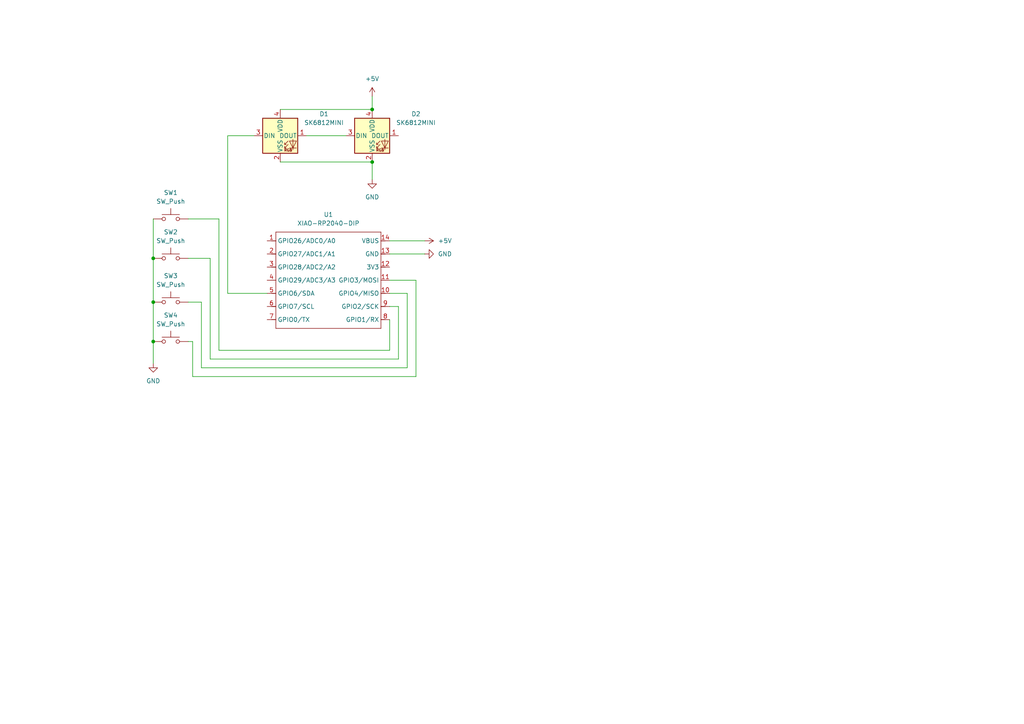
<source format=kicad_sch>
(kicad_sch
	(version 20250114)
	(generator "eeschema")
	(generator_version "9.0")
	(uuid "9753ae0f-b88d-4cab-890a-ecc6f13afb19")
	(paper "A4")
	(lib_symbols
		(symbol "LED:SK6812MINI"
			(pin_names
				(offset 0.254)
			)
			(exclude_from_sim no)
			(in_bom yes)
			(on_board yes)
			(property "Reference" "D"
				(at 5.08 5.715 0)
				(effects
					(font
						(size 1.27 1.27)
					)
					(justify right bottom)
				)
			)
			(property "Value" "SK6812MINI"
				(at 1.27 -5.715 0)
				(effects
					(font
						(size 1.27 1.27)
					)
					(justify left top)
				)
			)
			(property "Footprint" "LED_SMD:LED_SK6812MINI_PLCC4_3.5x3.5mm_P1.75mm"
				(at 1.27 -7.62 0)
				(effects
					(font
						(size 1.27 1.27)
					)
					(justify left top)
					(hide yes)
				)
			)
			(property "Datasheet" "https://cdn-shop.adafruit.com/product-files/2686/SK6812MINI_REV.01-1-2.pdf"
				(at 2.54 -9.525 0)
				(effects
					(font
						(size 1.27 1.27)
					)
					(justify left top)
					(hide yes)
				)
			)
			(property "Description" "RGB LED with integrated controller"
				(at 0 0 0)
				(effects
					(font
						(size 1.27 1.27)
					)
					(hide yes)
				)
			)
			(property "ki_keywords" "RGB LED NeoPixel Mini addressable"
				(at 0 0 0)
				(effects
					(font
						(size 1.27 1.27)
					)
					(hide yes)
				)
			)
			(property "ki_fp_filters" "LED*SK6812MINI*PLCC*3.5x3.5mm*P1.75mm*"
				(at 0 0 0)
				(effects
					(font
						(size 1.27 1.27)
					)
					(hide yes)
				)
			)
			(symbol "SK6812MINI_0_0"
				(text "RGB"
					(at 2.286 -4.191 0)
					(effects
						(font
							(size 0.762 0.762)
						)
					)
				)
			)
			(symbol "SK6812MINI_0_1"
				(polyline
					(pts
						(xy 1.27 -2.54) (xy 1.778 -2.54)
					)
					(stroke
						(width 0)
						(type default)
					)
					(fill
						(type none)
					)
				)
				(polyline
					(pts
						(xy 1.27 -3.556) (xy 1.778 -3.556)
					)
					(stroke
						(width 0)
						(type default)
					)
					(fill
						(type none)
					)
				)
				(polyline
					(pts
						(xy 2.286 -1.524) (xy 1.27 -2.54) (xy 1.27 -2.032)
					)
					(stroke
						(width 0)
						(type default)
					)
					(fill
						(type none)
					)
				)
				(polyline
					(pts
						(xy 2.286 -2.54) (xy 1.27 -3.556) (xy 1.27 -3.048)
					)
					(stroke
						(width 0)
						(type default)
					)
					(fill
						(type none)
					)
				)
				(polyline
					(pts
						(xy 3.683 -1.016) (xy 3.683 -3.556) (xy 3.683 -4.064)
					)
					(stroke
						(width 0)
						(type default)
					)
					(fill
						(type none)
					)
				)
				(polyline
					(pts
						(xy 4.699 -1.524) (xy 2.667 -1.524) (xy 3.683 -3.556) (xy 4.699 -1.524)
					)
					(stroke
						(width 0)
						(type default)
					)
					(fill
						(type none)
					)
				)
				(polyline
					(pts
						(xy 4.699 -3.556) (xy 2.667 -3.556)
					)
					(stroke
						(width 0)
						(type default)
					)
					(fill
						(type none)
					)
				)
				(rectangle
					(start 5.08 5.08)
					(end -5.08 -5.08)
					(stroke
						(width 0.254)
						(type default)
					)
					(fill
						(type background)
					)
				)
			)
			(symbol "SK6812MINI_1_1"
				(pin input line
					(at -7.62 0 0)
					(length 2.54)
					(name "DIN"
						(effects
							(font
								(size 1.27 1.27)
							)
						)
					)
					(number "3"
						(effects
							(font
								(size 1.27 1.27)
							)
						)
					)
				)
				(pin power_in line
					(at 0 7.62 270)
					(length 2.54)
					(name "VDD"
						(effects
							(font
								(size 1.27 1.27)
							)
						)
					)
					(number "4"
						(effects
							(font
								(size 1.27 1.27)
							)
						)
					)
				)
				(pin power_in line
					(at 0 -7.62 90)
					(length 2.54)
					(name "VSS"
						(effects
							(font
								(size 1.27 1.27)
							)
						)
					)
					(number "2"
						(effects
							(font
								(size 1.27 1.27)
							)
						)
					)
				)
				(pin output line
					(at 7.62 0 180)
					(length 2.54)
					(name "DOUT"
						(effects
							(font
								(size 1.27 1.27)
							)
						)
					)
					(number "1"
						(effects
							(font
								(size 1.27 1.27)
							)
						)
					)
				)
			)
			(embedded_fonts no)
		)
		(symbol "OPL:XIAO-RP2040-DIP"
			(exclude_from_sim no)
			(in_bom yes)
			(on_board yes)
			(property "Reference" "U"
				(at 0 0 0)
				(effects
					(font
						(size 1.27 1.27)
					)
				)
			)
			(property "Value" "XIAO-RP2040-DIP"
				(at 5.334 -1.778 0)
				(effects
					(font
						(size 1.27 1.27)
					)
				)
			)
			(property "Footprint" "Module:MOUDLE14P-XIAO-DIP-SMD"
				(at 14.478 -32.258 0)
				(effects
					(font
						(size 1.27 1.27)
					)
					(hide yes)
				)
			)
			(property "Datasheet" ""
				(at 0 0 0)
				(effects
					(font
						(size 1.27 1.27)
					)
					(hide yes)
				)
			)
			(property "Description" ""
				(at 0 0 0)
				(effects
					(font
						(size 1.27 1.27)
					)
					(hide yes)
				)
			)
			(symbol "XIAO-RP2040-DIP_1_0"
				(polyline
					(pts
						(xy -1.27 -2.54) (xy 29.21 -2.54)
					)
					(stroke
						(width 0.1524)
						(type solid)
					)
					(fill
						(type none)
					)
				)
				(polyline
					(pts
						(xy -1.27 -5.08) (xy -2.54 -5.08)
					)
					(stroke
						(width 0.1524)
						(type solid)
					)
					(fill
						(type none)
					)
				)
				(polyline
					(pts
						(xy -1.27 -5.08) (xy -1.27 -2.54)
					)
					(stroke
						(width 0.1524)
						(type solid)
					)
					(fill
						(type none)
					)
				)
				(polyline
					(pts
						(xy -1.27 -8.89) (xy -2.54 -8.89)
					)
					(stroke
						(width 0.1524)
						(type solid)
					)
					(fill
						(type none)
					)
				)
				(polyline
					(pts
						(xy -1.27 -8.89) (xy -1.27 -5.08)
					)
					(stroke
						(width 0.1524)
						(type solid)
					)
					(fill
						(type none)
					)
				)
				(polyline
					(pts
						(xy -1.27 -12.7) (xy -2.54 -12.7)
					)
					(stroke
						(width 0.1524)
						(type solid)
					)
					(fill
						(type none)
					)
				)
				(polyline
					(pts
						(xy -1.27 -12.7) (xy -1.27 -8.89)
					)
					(stroke
						(width 0.1524)
						(type solid)
					)
					(fill
						(type none)
					)
				)
				(polyline
					(pts
						(xy -1.27 -16.51) (xy -2.54 -16.51)
					)
					(stroke
						(width 0.1524)
						(type solid)
					)
					(fill
						(type none)
					)
				)
				(polyline
					(pts
						(xy -1.27 -16.51) (xy -1.27 -12.7)
					)
					(stroke
						(width 0.1524)
						(type solid)
					)
					(fill
						(type none)
					)
				)
				(polyline
					(pts
						(xy -1.27 -20.32) (xy -2.54 -20.32)
					)
					(stroke
						(width 0.1524)
						(type solid)
					)
					(fill
						(type none)
					)
				)
				(polyline
					(pts
						(xy -1.27 -24.13) (xy -2.54 -24.13)
					)
					(stroke
						(width 0.1524)
						(type solid)
					)
					(fill
						(type none)
					)
				)
				(polyline
					(pts
						(xy -1.27 -27.94) (xy -2.54 -27.94)
					)
					(stroke
						(width 0.1524)
						(type solid)
					)
					(fill
						(type none)
					)
				)
				(polyline
					(pts
						(xy -1.27 -30.48) (xy -1.27 -16.51)
					)
					(stroke
						(width 0.1524)
						(type solid)
					)
					(fill
						(type none)
					)
				)
				(polyline
					(pts
						(xy 29.21 -2.54) (xy 29.21 -5.08)
					)
					(stroke
						(width 0.1524)
						(type solid)
					)
					(fill
						(type none)
					)
				)
				(polyline
					(pts
						(xy 29.21 -5.08) (xy 29.21 -8.89)
					)
					(stroke
						(width 0.1524)
						(type solid)
					)
					(fill
						(type none)
					)
				)
				(polyline
					(pts
						(xy 29.21 -8.89) (xy 29.21 -12.7)
					)
					(stroke
						(width 0.1524)
						(type solid)
					)
					(fill
						(type none)
					)
				)
				(polyline
					(pts
						(xy 29.21 -12.7) (xy 29.21 -30.48)
					)
					(stroke
						(width 0.1524)
						(type solid)
					)
					(fill
						(type none)
					)
				)
				(polyline
					(pts
						(xy 29.21 -30.48) (xy -1.27 -30.48)
					)
					(stroke
						(width 0.1524)
						(type solid)
					)
					(fill
						(type none)
					)
				)
				(polyline
					(pts
						(xy 30.48 -5.08) (xy 29.21 -5.08)
					)
					(stroke
						(width 0.1524)
						(type solid)
					)
					(fill
						(type none)
					)
				)
				(polyline
					(pts
						(xy 30.48 -8.89) (xy 29.21 -8.89)
					)
					(stroke
						(width 0.1524)
						(type solid)
					)
					(fill
						(type none)
					)
				)
				(polyline
					(pts
						(xy 30.48 -12.7) (xy 29.21 -12.7)
					)
					(stroke
						(width 0.1524)
						(type solid)
					)
					(fill
						(type none)
					)
				)
				(polyline
					(pts
						(xy 30.48 -16.51) (xy 29.21 -16.51)
					)
					(stroke
						(width 0.1524)
						(type solid)
					)
					(fill
						(type none)
					)
				)
				(polyline
					(pts
						(xy 30.48 -20.32) (xy 29.21 -20.32)
					)
					(stroke
						(width 0.1524)
						(type solid)
					)
					(fill
						(type none)
					)
				)
				(polyline
					(pts
						(xy 30.48 -24.13) (xy 29.21 -24.13)
					)
					(stroke
						(width 0.1524)
						(type solid)
					)
					(fill
						(type none)
					)
				)
				(polyline
					(pts
						(xy 30.48 -27.94) (xy 29.21 -27.94)
					)
					(stroke
						(width 0.1524)
						(type solid)
					)
					(fill
						(type none)
					)
				)
				(pin passive line
					(at -3.81 -5.08 0)
					(length 2.54)
					(name "GPIO26/ADC0/A0"
						(effects
							(font
								(size 1.27 1.27)
							)
						)
					)
					(number "1"
						(effects
							(font
								(size 1.27 1.27)
							)
						)
					)
				)
				(pin passive line
					(at -3.81 -8.89 0)
					(length 2.54)
					(name "GPIO27/ADC1/A1"
						(effects
							(font
								(size 1.27 1.27)
							)
						)
					)
					(number "2"
						(effects
							(font
								(size 1.27 1.27)
							)
						)
					)
				)
				(pin passive line
					(at -3.81 -12.7 0)
					(length 2.54)
					(name "GPIO28/ADC2/A2"
						(effects
							(font
								(size 1.27 1.27)
							)
						)
					)
					(number "3"
						(effects
							(font
								(size 1.27 1.27)
							)
						)
					)
				)
				(pin passive line
					(at -3.81 -16.51 0)
					(length 2.54)
					(name "GPIO29/ADC3/A3"
						(effects
							(font
								(size 1.27 1.27)
							)
						)
					)
					(number "4"
						(effects
							(font
								(size 1.27 1.27)
							)
						)
					)
				)
				(pin passive line
					(at -3.81 -20.32 0)
					(length 2.54)
					(name "GPIO6/SDA"
						(effects
							(font
								(size 1.27 1.27)
							)
						)
					)
					(number "5"
						(effects
							(font
								(size 1.27 1.27)
							)
						)
					)
				)
				(pin passive line
					(at -3.81 -24.13 0)
					(length 2.54)
					(name "GPIO7/SCL"
						(effects
							(font
								(size 1.27 1.27)
							)
						)
					)
					(number "6"
						(effects
							(font
								(size 1.27 1.27)
							)
						)
					)
				)
				(pin passive line
					(at -3.81 -27.94 0)
					(length 2.54)
					(name "GPIO0/TX"
						(effects
							(font
								(size 1.27 1.27)
							)
						)
					)
					(number "7"
						(effects
							(font
								(size 1.27 1.27)
							)
						)
					)
				)
				(pin passive line
					(at 31.75 -5.08 180)
					(length 2.54)
					(name "VBUS"
						(effects
							(font
								(size 1.27 1.27)
							)
						)
					)
					(number "14"
						(effects
							(font
								(size 1.27 1.27)
							)
						)
					)
				)
				(pin passive line
					(at 31.75 -8.89 180)
					(length 2.54)
					(name "GND"
						(effects
							(font
								(size 1.27 1.27)
							)
						)
					)
					(number "13"
						(effects
							(font
								(size 1.27 1.27)
							)
						)
					)
				)
				(pin passive line
					(at 31.75 -12.7 180)
					(length 2.54)
					(name "3V3"
						(effects
							(font
								(size 1.27 1.27)
							)
						)
					)
					(number "12"
						(effects
							(font
								(size 1.27 1.27)
							)
						)
					)
				)
				(pin passive line
					(at 31.75 -16.51 180)
					(length 2.54)
					(name "GPIO3/MOSI"
						(effects
							(font
								(size 1.27 1.27)
							)
						)
					)
					(number "11"
						(effects
							(font
								(size 1.27 1.27)
							)
						)
					)
				)
				(pin passive line
					(at 31.75 -20.32 180)
					(length 2.54)
					(name "GPIO4/MISO"
						(effects
							(font
								(size 1.27 1.27)
							)
						)
					)
					(number "10"
						(effects
							(font
								(size 1.27 1.27)
							)
						)
					)
				)
				(pin passive line
					(at 31.75 -24.13 180)
					(length 2.54)
					(name "GPIO2/SCK"
						(effects
							(font
								(size 1.27 1.27)
							)
						)
					)
					(number "9"
						(effects
							(font
								(size 1.27 1.27)
							)
						)
					)
				)
				(pin passive line
					(at 31.75 -27.94 180)
					(length 2.54)
					(name "GPIO1/RX"
						(effects
							(font
								(size 1.27 1.27)
							)
						)
					)
					(number "8"
						(effects
							(font
								(size 1.27 1.27)
							)
						)
					)
				)
			)
			(embedded_fonts no)
		)
		(symbol "Switch:SW_Push"
			(pin_numbers
				(hide yes)
			)
			(pin_names
				(offset 1.016)
				(hide yes)
			)
			(exclude_from_sim no)
			(in_bom yes)
			(on_board yes)
			(property "Reference" "SW"
				(at 1.27 2.54 0)
				(effects
					(font
						(size 1.27 1.27)
					)
					(justify left)
				)
			)
			(property "Value" "SW_Push"
				(at 0 -1.524 0)
				(effects
					(font
						(size 1.27 1.27)
					)
				)
			)
			(property "Footprint" ""
				(at 0 5.08 0)
				(effects
					(font
						(size 1.27 1.27)
					)
					(hide yes)
				)
			)
			(property "Datasheet" "~"
				(at 0 5.08 0)
				(effects
					(font
						(size 1.27 1.27)
					)
					(hide yes)
				)
			)
			(property "Description" "Push button switch, generic, two pins"
				(at 0 0 0)
				(effects
					(font
						(size 1.27 1.27)
					)
					(hide yes)
				)
			)
			(property "ki_keywords" "switch normally-open pushbutton push-button"
				(at 0 0 0)
				(effects
					(font
						(size 1.27 1.27)
					)
					(hide yes)
				)
			)
			(symbol "SW_Push_0_1"
				(circle
					(center -2.032 0)
					(radius 0.508)
					(stroke
						(width 0)
						(type default)
					)
					(fill
						(type none)
					)
				)
				(polyline
					(pts
						(xy 0 1.27) (xy 0 3.048)
					)
					(stroke
						(width 0)
						(type default)
					)
					(fill
						(type none)
					)
				)
				(circle
					(center 2.032 0)
					(radius 0.508)
					(stroke
						(width 0)
						(type default)
					)
					(fill
						(type none)
					)
				)
				(polyline
					(pts
						(xy 2.54 1.27) (xy -2.54 1.27)
					)
					(stroke
						(width 0)
						(type default)
					)
					(fill
						(type none)
					)
				)
				(pin passive line
					(at -5.08 0 0)
					(length 2.54)
					(name "1"
						(effects
							(font
								(size 1.27 1.27)
							)
						)
					)
					(number "1"
						(effects
							(font
								(size 1.27 1.27)
							)
						)
					)
				)
				(pin passive line
					(at 5.08 0 180)
					(length 2.54)
					(name "2"
						(effects
							(font
								(size 1.27 1.27)
							)
						)
					)
					(number "2"
						(effects
							(font
								(size 1.27 1.27)
							)
						)
					)
				)
			)
			(embedded_fonts no)
		)
		(symbol "power:+5V"
			(power)
			(pin_numbers
				(hide yes)
			)
			(pin_names
				(offset 0)
				(hide yes)
			)
			(exclude_from_sim no)
			(in_bom yes)
			(on_board yes)
			(property "Reference" "#PWR"
				(at 0 -3.81 0)
				(effects
					(font
						(size 1.27 1.27)
					)
					(hide yes)
				)
			)
			(property "Value" "+5V"
				(at 0 3.556 0)
				(effects
					(font
						(size 1.27 1.27)
					)
				)
			)
			(property "Footprint" ""
				(at 0 0 0)
				(effects
					(font
						(size 1.27 1.27)
					)
					(hide yes)
				)
			)
			(property "Datasheet" ""
				(at 0 0 0)
				(effects
					(font
						(size 1.27 1.27)
					)
					(hide yes)
				)
			)
			(property "Description" "Power symbol creates a global label with name \"+5V\""
				(at 0 0 0)
				(effects
					(font
						(size 1.27 1.27)
					)
					(hide yes)
				)
			)
			(property "ki_keywords" "global power"
				(at 0 0 0)
				(effects
					(font
						(size 1.27 1.27)
					)
					(hide yes)
				)
			)
			(symbol "+5V_0_1"
				(polyline
					(pts
						(xy -0.762 1.27) (xy 0 2.54)
					)
					(stroke
						(width 0)
						(type default)
					)
					(fill
						(type none)
					)
				)
				(polyline
					(pts
						(xy 0 2.54) (xy 0.762 1.27)
					)
					(stroke
						(width 0)
						(type default)
					)
					(fill
						(type none)
					)
				)
				(polyline
					(pts
						(xy 0 0) (xy 0 2.54)
					)
					(stroke
						(width 0)
						(type default)
					)
					(fill
						(type none)
					)
				)
			)
			(symbol "+5V_1_1"
				(pin power_in line
					(at 0 0 90)
					(length 0)
					(name "~"
						(effects
							(font
								(size 1.27 1.27)
							)
						)
					)
					(number "1"
						(effects
							(font
								(size 1.27 1.27)
							)
						)
					)
				)
			)
			(embedded_fonts no)
		)
		(symbol "power:GND"
			(power)
			(pin_numbers
				(hide yes)
			)
			(pin_names
				(offset 0)
				(hide yes)
			)
			(exclude_from_sim no)
			(in_bom yes)
			(on_board yes)
			(property "Reference" "#PWR"
				(at 0 -6.35 0)
				(effects
					(font
						(size 1.27 1.27)
					)
					(hide yes)
				)
			)
			(property "Value" "GND"
				(at 0 -3.81 0)
				(effects
					(font
						(size 1.27 1.27)
					)
				)
			)
			(property "Footprint" ""
				(at 0 0 0)
				(effects
					(font
						(size 1.27 1.27)
					)
					(hide yes)
				)
			)
			(property "Datasheet" ""
				(at 0 0 0)
				(effects
					(font
						(size 1.27 1.27)
					)
					(hide yes)
				)
			)
			(property "Description" "Power symbol creates a global label with name \"GND\" , ground"
				(at 0 0 0)
				(effects
					(font
						(size 1.27 1.27)
					)
					(hide yes)
				)
			)
			(property "ki_keywords" "global power"
				(at 0 0 0)
				(effects
					(font
						(size 1.27 1.27)
					)
					(hide yes)
				)
			)
			(symbol "GND_0_1"
				(polyline
					(pts
						(xy 0 0) (xy 0 -1.27) (xy 1.27 -1.27) (xy 0 -2.54) (xy -1.27 -1.27) (xy 0 -1.27)
					)
					(stroke
						(width 0)
						(type default)
					)
					(fill
						(type none)
					)
				)
			)
			(symbol "GND_1_1"
				(pin power_in line
					(at 0 0 270)
					(length 0)
					(name "~"
						(effects
							(font
								(size 1.27 1.27)
							)
						)
					)
					(number "1"
						(effects
							(font
								(size 1.27 1.27)
							)
						)
					)
				)
			)
			(embedded_fonts no)
		)
	)
	(junction
		(at 107.95 31.75)
		(diameter 0)
		(color 0 0 0 0)
		(uuid "4952d6d2-b249-4fe4-808d-9fda628ef6db")
	)
	(junction
		(at 107.95 46.99)
		(diameter 0)
		(color 0 0 0 0)
		(uuid "69e321a6-4f85-414f-b075-ee3c10226f5a")
	)
	(junction
		(at 44.45 74.93)
		(diameter 0)
		(color 0 0 0 0)
		(uuid "9f237b02-5c9a-4d3a-90e9-79230f5d9eb1")
	)
	(junction
		(at 44.45 87.63)
		(diameter 0)
		(color 0 0 0 0)
		(uuid "acebcde0-43df-4297-aba9-ca33e759c187")
	)
	(junction
		(at 44.45 99.06)
		(diameter 0)
		(color 0 0 0 0)
		(uuid "cbf2a8e5-6ef1-4012-b203-5fbacdce97e8")
	)
	(wire
		(pts
			(xy 55.88 99.06) (xy 55.88 109.22)
		)
		(stroke
			(width 0)
			(type default)
		)
		(uuid "063f2bfb-4ed2-43ae-9590-ec430a4746d1")
	)
	(wire
		(pts
			(xy 58.42 106.68) (xy 118.11 106.68)
		)
		(stroke
			(width 0)
			(type default)
		)
		(uuid "09aabc64-ab89-4559-a610-8c412ae0afab")
	)
	(wire
		(pts
			(xy 107.95 46.99) (xy 107.95 52.07)
		)
		(stroke
			(width 0)
			(type default)
		)
		(uuid "0cde9b7e-eadc-4bb0-a53e-bd2eef237702")
	)
	(wire
		(pts
			(xy 113.03 81.28) (xy 120.65 81.28)
		)
		(stroke
			(width 0)
			(type default)
		)
		(uuid "12870814-f822-490c-abc9-9341c8e98f21")
	)
	(wire
		(pts
			(xy 113.03 88.9) (xy 115.57 88.9)
		)
		(stroke
			(width 0)
			(type default)
		)
		(uuid "1c779c6f-549d-4ee1-892a-a8cb2d308f1d")
	)
	(wire
		(pts
			(xy 44.45 87.63) (xy 44.45 99.06)
		)
		(stroke
			(width 0)
			(type default)
		)
		(uuid "2293d493-b6ed-4f4a-a890-fb46a4dcc283")
	)
	(wire
		(pts
			(xy 44.45 74.93) (xy 44.45 87.63)
		)
		(stroke
			(width 0)
			(type default)
		)
		(uuid "2a8c4438-3dc3-406b-90cc-0875ae3c77a3")
	)
	(wire
		(pts
			(xy 81.28 46.99) (xy 107.95 46.99)
		)
		(stroke
			(width 0)
			(type default)
		)
		(uuid "2f59a3a7-0a2b-4d02-892f-40105f8ca927")
	)
	(wire
		(pts
			(xy 73.66 39.37) (xy 66.04 39.37)
		)
		(stroke
			(width 0)
			(type default)
		)
		(uuid "2ff35170-cb4a-47bf-83a6-4e428f2654fc")
	)
	(wire
		(pts
			(xy 66.04 39.37) (xy 66.04 85.09)
		)
		(stroke
			(width 0)
			(type default)
		)
		(uuid "30476f8c-b1c2-41bb-8b87-030c7191780c")
	)
	(wire
		(pts
			(xy 107.95 27.94) (xy 107.95 31.75)
		)
		(stroke
			(width 0)
			(type default)
		)
		(uuid "418963c7-7e4d-4ef3-a18a-b5a0d4cd9a46")
	)
	(wire
		(pts
			(xy 113.03 101.6) (xy 113.03 92.71)
		)
		(stroke
			(width 0)
			(type default)
		)
		(uuid "42bb5ac3-af38-4a21-935d-348dd124b3f7")
	)
	(wire
		(pts
			(xy 60.96 74.93) (xy 60.96 104.14)
		)
		(stroke
			(width 0)
			(type default)
		)
		(uuid "48ee2638-d88b-4e4b-baef-cad02f73d698")
	)
	(wire
		(pts
			(xy 113.03 69.85) (xy 123.19 69.85)
		)
		(stroke
			(width 0)
			(type default)
		)
		(uuid "53d3233e-a6ae-4444-837b-e3d4cb72b512")
	)
	(wire
		(pts
			(xy 81.28 31.75) (xy 107.95 31.75)
		)
		(stroke
			(width 0)
			(type default)
		)
		(uuid "58e6a72d-12a3-4e60-9b60-b0e341bff5e6")
	)
	(wire
		(pts
			(xy 55.88 109.22) (xy 120.65 109.22)
		)
		(stroke
			(width 0)
			(type default)
		)
		(uuid "59908f55-ca24-4cb3-95bd-d7650ff7fad7")
	)
	(wire
		(pts
			(xy 54.61 87.63) (xy 58.42 87.63)
		)
		(stroke
			(width 0)
			(type default)
		)
		(uuid "648e8a12-58df-4d5f-acb4-a111812e26cb")
	)
	(wire
		(pts
			(xy 88.9 39.37) (xy 100.33 39.37)
		)
		(stroke
			(width 0)
			(type default)
		)
		(uuid "6fef8d09-649a-40ac-a910-e431837519cc")
	)
	(wire
		(pts
			(xy 54.61 63.5) (xy 63.5 63.5)
		)
		(stroke
			(width 0)
			(type default)
		)
		(uuid "6ff3fcf5-59d7-4a83-a136-5ba215e94b4f")
	)
	(wire
		(pts
			(xy 54.61 99.06) (xy 55.88 99.06)
		)
		(stroke
			(width 0)
			(type default)
		)
		(uuid "7196cbfb-f96d-46a0-927e-81c6ff582ebd")
	)
	(wire
		(pts
			(xy 58.42 87.63) (xy 58.42 106.68)
		)
		(stroke
			(width 0)
			(type default)
		)
		(uuid "7787a3c2-2b10-4ff1-a697-7a72ff32a253")
	)
	(wire
		(pts
			(xy 63.5 101.6) (xy 113.03 101.6)
		)
		(stroke
			(width 0)
			(type default)
		)
		(uuid "7af9b9d7-c3e3-41e9-8a29-d2e9f8fcd414")
	)
	(wire
		(pts
			(xy 54.61 74.93) (xy 60.96 74.93)
		)
		(stroke
			(width 0)
			(type default)
		)
		(uuid "7db47a03-5e5d-42c1-b9b4-86dd69c37fb1")
	)
	(wire
		(pts
			(xy 63.5 63.5) (xy 63.5 101.6)
		)
		(stroke
			(width 0)
			(type default)
		)
		(uuid "9a73d8a2-4f07-45eb-8b7b-9a8e40fc8246")
	)
	(wire
		(pts
			(xy 44.45 99.06) (xy 44.45 105.41)
		)
		(stroke
			(width 0)
			(type default)
		)
		(uuid "9b0fcd88-6a81-4dab-b2b6-e5d564aa5733")
	)
	(wire
		(pts
			(xy 66.04 85.09) (xy 77.47 85.09)
		)
		(stroke
			(width 0)
			(type default)
		)
		(uuid "9f6b867b-3661-4ae7-afc8-b56239faf664")
	)
	(wire
		(pts
			(xy 120.65 81.28) (xy 120.65 109.22)
		)
		(stroke
			(width 0)
			(type default)
		)
		(uuid "ba1d9776-96c1-4b4e-8626-b32b0d711e1c")
	)
	(wire
		(pts
			(xy 44.45 63.5) (xy 44.45 74.93)
		)
		(stroke
			(width 0)
			(type default)
		)
		(uuid "c42ca9ed-0afe-4bc4-9fea-c84d6553278c")
	)
	(wire
		(pts
			(xy 60.96 104.14) (xy 115.57 104.14)
		)
		(stroke
			(width 0)
			(type default)
		)
		(uuid "c86654fe-bbc5-4fe2-bf42-021f18fb32ae")
	)
	(wire
		(pts
			(xy 113.03 85.09) (xy 118.11 85.09)
		)
		(stroke
			(width 0)
			(type default)
		)
		(uuid "cb233ed3-de7e-41e2-8a72-4575791e54f2")
	)
	(wire
		(pts
			(xy 118.11 106.68) (xy 118.11 85.09)
		)
		(stroke
			(width 0)
			(type default)
		)
		(uuid "dba553e8-7489-4f3b-b528-f8d53b31d3c0")
	)
	(wire
		(pts
			(xy 113.03 73.66) (xy 123.19 73.66)
		)
		(stroke
			(width 0)
			(type default)
		)
		(uuid "e5852638-7aa6-4aca-a310-8fed8ff46899")
	)
	(wire
		(pts
			(xy 115.57 104.14) (xy 115.57 88.9)
		)
		(stroke
			(width 0)
			(type default)
		)
		(uuid "efff3ec4-e1c9-4417-b319-8b226da9b505")
	)
	(symbol
		(lib_id "power:+5V")
		(at 123.19 69.85 270)
		(unit 1)
		(exclude_from_sim no)
		(in_bom yes)
		(on_board yes)
		(dnp no)
		(fields_autoplaced yes)
		(uuid "26491418-27f1-4345-baa8-dec46306d40e")
		(property "Reference" "#PWR03"
			(at 119.38 69.85 0)
			(effects
				(font
					(size 1.27 1.27)
				)
				(hide yes)
			)
		)
		(property "Value" "+5V"
			(at 127 69.8499 90)
			(effects
				(font
					(size 1.27 1.27)
				)
				(justify left)
			)
		)
		(property "Footprint" ""
			(at 123.19 69.85 0)
			(effects
				(font
					(size 1.27 1.27)
				)
				(hide yes)
			)
		)
		(property "Datasheet" ""
			(at 123.19 69.85 0)
			(effects
				(font
					(size 1.27 1.27)
				)
				(hide yes)
			)
		)
		(property "Description" "Power symbol creates a global label with name \"+5V\""
			(at 123.19 69.85 0)
			(effects
				(font
					(size 1.27 1.27)
				)
				(hide yes)
			)
		)
		(pin "1"
			(uuid "6141f578-a126-4b7c-a534-eeba1d6bcde7")
		)
		(instances
			(project ""
				(path "/9753ae0f-b88d-4cab-890a-ecc6f13afb19"
					(reference "#PWR03")
					(unit 1)
				)
			)
		)
	)
	(symbol
		(lib_id "LED:SK6812MINI")
		(at 107.95 39.37 0)
		(unit 1)
		(exclude_from_sim no)
		(in_bom yes)
		(on_board yes)
		(dnp no)
		(fields_autoplaced yes)
		(uuid "3691a458-9efe-452e-9e79-1ada3dfa3ca9")
		(property "Reference" "D2"
			(at 120.65 33.0514 0)
			(effects
				(font
					(size 1.27 1.27)
				)
			)
		)
		(property "Value" "SK6812MINI"
			(at 120.65 35.5914 0)
			(effects
				(font
					(size 1.27 1.27)
				)
			)
		)
		(property "Footprint" "LED_SMD:LED_SK6812MINI_PLCC4_3.5x3.5mm_P1.75mm"
			(at 109.22 46.99 0)
			(effects
				(font
					(size 1.27 1.27)
				)
				(justify left top)
				(hide yes)
			)
		)
		(property "Datasheet" "https://cdn-shop.adafruit.com/product-files/2686/SK6812MINI_REV.01-1-2.pdf"
			(at 110.49 48.895 0)
			(effects
				(font
					(size 1.27 1.27)
				)
				(justify left top)
				(hide yes)
			)
		)
		(property "Description" "RGB LED with integrated controller"
			(at 107.95 39.37 0)
			(effects
				(font
					(size 1.27 1.27)
				)
				(hide yes)
			)
		)
		(pin "1"
			(uuid "62ee7644-9809-4d72-aa98-555fad4c517c")
		)
		(pin "4"
			(uuid "07448562-820b-4f2c-a4ed-e79e2908c512")
		)
		(pin "2"
			(uuid "3fd1b642-de11-48b5-a79f-42fae03102bb")
		)
		(pin "3"
			(uuid "fdb6ba60-911e-427b-b297-cd08f873bdc4")
		)
		(instances
			(project ""
				(path "/9753ae0f-b88d-4cab-890a-ecc6f13afb19"
					(reference "D2")
					(unit 1)
				)
			)
		)
	)
	(symbol
		(lib_id "power:GND")
		(at 123.19 73.66 90)
		(unit 1)
		(exclude_from_sim no)
		(in_bom yes)
		(on_board yes)
		(dnp no)
		(fields_autoplaced yes)
		(uuid "62f72f3f-9594-4993-8e92-eba9590ad3ea")
		(property "Reference" "#PWR02"
			(at 129.54 73.66 0)
			(effects
				(font
					(size 1.27 1.27)
				)
				(hide yes)
			)
		)
		(property "Value" "GND"
			(at 127 73.6599 90)
			(effects
				(font
					(size 1.27 1.27)
				)
				(justify right)
			)
		)
		(property "Footprint" ""
			(at 123.19 73.66 0)
			(effects
				(font
					(size 1.27 1.27)
				)
				(hide yes)
			)
		)
		(property "Datasheet" ""
			(at 123.19 73.66 0)
			(effects
				(font
					(size 1.27 1.27)
				)
				(hide yes)
			)
		)
		(property "Description" "Power symbol creates a global label with name \"GND\" , ground"
			(at 123.19 73.66 0)
			(effects
				(font
					(size 1.27 1.27)
				)
				(hide yes)
			)
		)
		(pin "1"
			(uuid "42371349-de34-4bab-9142-16b354c907f6")
		)
		(instances
			(project ""
				(path "/9753ae0f-b88d-4cab-890a-ecc6f13afb19"
					(reference "#PWR02")
					(unit 1)
				)
			)
		)
	)
	(symbol
		(lib_id "power:GND")
		(at 44.45 105.41 0)
		(unit 1)
		(exclude_from_sim no)
		(in_bom yes)
		(on_board yes)
		(dnp no)
		(fields_autoplaced yes)
		(uuid "7281dad3-1d70-4d03-ad3a-1c21acefc831")
		(property "Reference" "#PWR01"
			(at 44.45 111.76 0)
			(effects
				(font
					(size 1.27 1.27)
				)
				(hide yes)
			)
		)
		(property "Value" "GND"
			(at 44.45 110.49 0)
			(effects
				(font
					(size 1.27 1.27)
				)
			)
		)
		(property "Footprint" ""
			(at 44.45 105.41 0)
			(effects
				(font
					(size 1.27 1.27)
				)
				(hide yes)
			)
		)
		(property "Datasheet" ""
			(at 44.45 105.41 0)
			(effects
				(font
					(size 1.27 1.27)
				)
				(hide yes)
			)
		)
		(property "Description" "Power symbol creates a global label with name \"GND\" , ground"
			(at 44.45 105.41 0)
			(effects
				(font
					(size 1.27 1.27)
				)
				(hide yes)
			)
		)
		(pin "1"
			(uuid "759b7e90-db7a-4f76-8799-07dbf4180fa9")
		)
		(instances
			(project ""
				(path "/9753ae0f-b88d-4cab-890a-ecc6f13afb19"
					(reference "#PWR01")
					(unit 1)
				)
			)
		)
	)
	(symbol
		(lib_id "Switch:SW_Push")
		(at 49.53 99.06 0)
		(unit 1)
		(exclude_from_sim no)
		(in_bom yes)
		(on_board yes)
		(dnp no)
		(fields_autoplaced yes)
		(uuid "739d7f31-039f-453b-924b-479c841fb83e")
		(property "Reference" "SW4"
			(at 49.53 91.44 0)
			(effects
				(font
					(size 1.27 1.27)
				)
			)
		)
		(property "Value" "SW_Push"
			(at 49.53 93.98 0)
			(effects
				(font
					(size 1.27 1.27)
				)
			)
		)
		(property "Footprint" "Button_Switch_Keyboard:SW_Cherry_MX_1.00u_PCB"
			(at 49.53 93.98 0)
			(effects
				(font
					(size 1.27 1.27)
				)
				(hide yes)
			)
		)
		(property "Datasheet" "~"
			(at 49.53 93.98 0)
			(effects
				(font
					(size 1.27 1.27)
				)
				(hide yes)
			)
		)
		(property "Description" "Push button switch, generic, two pins"
			(at 49.53 99.06 0)
			(effects
				(font
					(size 1.27 1.27)
				)
				(hide yes)
			)
		)
		(pin "1"
			(uuid "cb75d7ba-9fb2-4e4d-887a-580f9494cd86")
		)
		(pin "2"
			(uuid "69131dd3-4e65-45ce-9375-288395b8d700")
		)
		(instances
			(project "Hackpad"
				(path "/9753ae0f-b88d-4cab-890a-ecc6f13afb19"
					(reference "SW4")
					(unit 1)
				)
			)
		)
	)
	(symbol
		(lib_id "Switch:SW_Push")
		(at 49.53 87.63 0)
		(unit 1)
		(exclude_from_sim no)
		(in_bom yes)
		(on_board yes)
		(dnp no)
		(fields_autoplaced yes)
		(uuid "83736a1d-fbbc-49bd-9770-0178dd3736e4")
		(property "Reference" "SW3"
			(at 49.53 80.01 0)
			(effects
				(font
					(size 1.27 1.27)
				)
			)
		)
		(property "Value" "SW_Push"
			(at 49.53 82.55 0)
			(effects
				(font
					(size 1.27 1.27)
				)
			)
		)
		(property "Footprint" "Button_Switch_Keyboard:SW_Cherry_MX_1.00u_PCB"
			(at 49.53 82.55 0)
			(effects
				(font
					(size 1.27 1.27)
				)
				(hide yes)
			)
		)
		(property "Datasheet" "~"
			(at 49.53 82.55 0)
			(effects
				(font
					(size 1.27 1.27)
				)
				(hide yes)
			)
		)
		(property "Description" "Push button switch, generic, two pins"
			(at 49.53 87.63 0)
			(effects
				(font
					(size 1.27 1.27)
				)
				(hide yes)
			)
		)
		(pin "1"
			(uuid "56c98109-a071-44f5-bd09-98ba3103896c")
		)
		(pin "2"
			(uuid "e106499c-8bd4-4cad-9efc-506503e60393")
		)
		(instances
			(project "Hackpad"
				(path "/9753ae0f-b88d-4cab-890a-ecc6f13afb19"
					(reference "SW3")
					(unit 1)
				)
			)
		)
	)
	(symbol
		(lib_id "Switch:SW_Push")
		(at 49.53 63.5 0)
		(unit 1)
		(exclude_from_sim no)
		(in_bom yes)
		(on_board yes)
		(dnp no)
		(fields_autoplaced yes)
		(uuid "903bcf93-351e-4d6f-ac0b-331d0e399fa6")
		(property "Reference" "SW1"
			(at 49.53 55.88 0)
			(effects
				(font
					(size 1.27 1.27)
				)
			)
		)
		(property "Value" "SW_Push"
			(at 49.53 58.42 0)
			(effects
				(font
					(size 1.27 1.27)
				)
			)
		)
		(property "Footprint" "Button_Switch_Keyboard:SW_Cherry_MX_1.00u_PCB"
			(at 49.53 58.42 0)
			(effects
				(font
					(size 1.27 1.27)
				)
				(hide yes)
			)
		)
		(property "Datasheet" "~"
			(at 49.53 58.42 0)
			(effects
				(font
					(size 1.27 1.27)
				)
				(hide yes)
			)
		)
		(property "Description" "Push button switch, generic, two pins"
			(at 49.53 63.5 0)
			(effects
				(font
					(size 1.27 1.27)
				)
				(hide yes)
			)
		)
		(pin "1"
			(uuid "095e3eaf-d1d8-4e3b-8d60-3dac4001f062")
		)
		(pin "2"
			(uuid "1474bbcd-25ca-44a8-ae4e-f91ee52f086b")
		)
		(instances
			(project ""
				(path "/9753ae0f-b88d-4cab-890a-ecc6f13afb19"
					(reference "SW1")
					(unit 1)
				)
			)
		)
	)
	(symbol
		(lib_id "power:+5V")
		(at 107.95 27.94 0)
		(unit 1)
		(exclude_from_sim no)
		(in_bom yes)
		(on_board yes)
		(dnp no)
		(fields_autoplaced yes)
		(uuid "96c712b5-3024-4b49-b782-43d907f18fd2")
		(property "Reference" "#PWR04"
			(at 107.95 31.75 0)
			(effects
				(font
					(size 1.27 1.27)
				)
				(hide yes)
			)
		)
		(property "Value" "+5V"
			(at 107.95 22.86 0)
			(effects
				(font
					(size 1.27 1.27)
				)
			)
		)
		(property "Footprint" ""
			(at 107.95 27.94 0)
			(effects
				(font
					(size 1.27 1.27)
				)
				(hide yes)
			)
		)
		(property "Datasheet" ""
			(at 107.95 27.94 0)
			(effects
				(font
					(size 1.27 1.27)
				)
				(hide yes)
			)
		)
		(property "Description" "Power symbol creates a global label with name \"+5V\""
			(at 107.95 27.94 0)
			(effects
				(font
					(size 1.27 1.27)
				)
				(hide yes)
			)
		)
		(pin "1"
			(uuid "875381f2-3129-46f8-b14a-11a3fe65b6a7")
		)
		(instances
			(project "Hackpad"
				(path "/9753ae0f-b88d-4cab-890a-ecc6f13afb19"
					(reference "#PWR04")
					(unit 1)
				)
			)
		)
	)
	(symbol
		(lib_id "Switch:SW_Push")
		(at 49.53 74.93 0)
		(unit 1)
		(exclude_from_sim no)
		(in_bom yes)
		(on_board yes)
		(dnp no)
		(fields_autoplaced yes)
		(uuid "c7b7a136-1f41-48e7-8ce5-0b814b55cc36")
		(property "Reference" "SW2"
			(at 49.53 67.31 0)
			(effects
				(font
					(size 1.27 1.27)
				)
			)
		)
		(property "Value" "SW_Push"
			(at 49.53 69.85 0)
			(effects
				(font
					(size 1.27 1.27)
				)
			)
		)
		(property "Footprint" "Button_Switch_Keyboard:SW_Cherry_MX_1.00u_PCB"
			(at 49.53 69.85 0)
			(effects
				(font
					(size 1.27 1.27)
				)
				(hide yes)
			)
		)
		(property "Datasheet" "~"
			(at 49.53 69.85 0)
			(effects
				(font
					(size 1.27 1.27)
				)
				(hide yes)
			)
		)
		(property "Description" "Push button switch, generic, two pins"
			(at 49.53 74.93 0)
			(effects
				(font
					(size 1.27 1.27)
				)
				(hide yes)
			)
		)
		(pin "1"
			(uuid "9255d560-be89-4795-9339-8bbb745ccfbb")
		)
		(pin "2"
			(uuid "45084008-5b76-4711-81af-977c91375357")
		)
		(instances
			(project "Hackpad"
				(path "/9753ae0f-b88d-4cab-890a-ecc6f13afb19"
					(reference "SW2")
					(unit 1)
				)
			)
		)
	)
	(symbol
		(lib_id "power:GND")
		(at 107.95 52.07 0)
		(unit 1)
		(exclude_from_sim no)
		(in_bom yes)
		(on_board yes)
		(dnp no)
		(fields_autoplaced yes)
		(uuid "db69e6fd-f779-49a1-90a6-9aeca726aab5")
		(property "Reference" "#PWR05"
			(at 107.95 58.42 0)
			(effects
				(font
					(size 1.27 1.27)
				)
				(hide yes)
			)
		)
		(property "Value" "GND"
			(at 107.95 57.15 0)
			(effects
				(font
					(size 1.27 1.27)
				)
			)
		)
		(property "Footprint" ""
			(at 107.95 52.07 0)
			(effects
				(font
					(size 1.27 1.27)
				)
				(hide yes)
			)
		)
		(property "Datasheet" ""
			(at 107.95 52.07 0)
			(effects
				(font
					(size 1.27 1.27)
				)
				(hide yes)
			)
		)
		(property "Description" "Power symbol creates a global label with name \"GND\" , ground"
			(at 107.95 52.07 0)
			(effects
				(font
					(size 1.27 1.27)
				)
				(hide yes)
			)
		)
		(pin "1"
			(uuid "271edf4b-4d8c-4e61-b9aa-0bab4f9f4cdd")
		)
		(instances
			(project "Hackpad"
				(path "/9753ae0f-b88d-4cab-890a-ecc6f13afb19"
					(reference "#PWR05")
					(unit 1)
				)
			)
		)
	)
	(symbol
		(lib_id "OPL:XIAO-RP2040-DIP")
		(at 81.28 64.77 0)
		(unit 1)
		(exclude_from_sim no)
		(in_bom yes)
		(on_board yes)
		(dnp no)
		(fields_autoplaced yes)
		(uuid "f1af36e2-466b-4c6f-a2ed-915cd6d5c159")
		(property "Reference" "U1"
			(at 95.25 62.23 0)
			(effects
				(font
					(size 1.27 1.27)
				)
			)
		)
		(property "Value" "XIAO-RP2040-DIP"
			(at 95.25 64.77 0)
			(effects
				(font
					(size 1.27 1.27)
				)
			)
		)
		(property "Footprint" "OPL:XIAO-RP2040-DIP"
			(at 95.758 97.028 0)
			(effects
				(font
					(size 1.27 1.27)
				)
				(hide yes)
			)
		)
		(property "Datasheet" ""
			(at 81.28 64.77 0)
			(effects
				(font
					(size 1.27 1.27)
				)
				(hide yes)
			)
		)
		(property "Description" ""
			(at 81.28 64.77 0)
			(effects
				(font
					(size 1.27 1.27)
				)
				(hide yes)
			)
		)
		(pin "14"
			(uuid "0c886d6f-feea-4290-babd-db00b016d600")
		)
		(pin "4"
			(uuid "1e82710d-36d5-4eeb-8426-9d861155308d")
		)
		(pin "7"
			(uuid "3e1080a0-c405-4617-b781-1f25bf136f8c")
		)
		(pin "10"
			(uuid "e067533b-8ec2-474e-913b-267d39626a79")
		)
		(pin "11"
			(uuid "21a7c421-5c89-44d1-8fc1-840022b8bf66")
		)
		(pin "8"
			(uuid "85822017-7075-4ffc-87f8-bc45e1794c30")
		)
		(pin "2"
			(uuid "1b2c03ec-639d-49cb-89cb-e8d5fe8e8ee0")
		)
		(pin "12"
			(uuid "f15faf70-dd13-4a2c-982a-9635f330253a")
		)
		(pin "3"
			(uuid "44da3b16-19ba-49b8-8082-2038223cd5a7")
		)
		(pin "1"
			(uuid "945402c6-b99f-4a1e-883e-6952f331361b")
		)
		(pin "9"
			(uuid "508779ef-2e93-42ab-a506-31146f9bdade")
		)
		(pin "6"
			(uuid "cddc3855-6520-49ea-b918-2a78c5b964dd")
		)
		(pin "13"
			(uuid "d2336870-954b-4b72-aa61-c74849e42a87")
		)
		(pin "5"
			(uuid "68fe41e4-895d-4447-846d-9fc05d6150c0")
		)
		(instances
			(project ""
				(path "/9753ae0f-b88d-4cab-890a-ecc6f13afb19"
					(reference "U1")
					(unit 1)
				)
			)
		)
	)
	(symbol
		(lib_id "LED:SK6812MINI")
		(at 81.28 39.37 0)
		(unit 1)
		(exclude_from_sim no)
		(in_bom yes)
		(on_board yes)
		(dnp no)
		(fields_autoplaced yes)
		(uuid "f6c9650a-80a1-4a2a-9fbe-002b435a8854")
		(property "Reference" "D1"
			(at 93.98 33.0514 0)
			(effects
				(font
					(size 1.27 1.27)
				)
			)
		)
		(property "Value" "SK6812MINI"
			(at 93.98 35.5914 0)
			(effects
				(font
					(size 1.27 1.27)
				)
			)
		)
		(property "Footprint" "LED_SMD:LED_SK6812MINI_PLCC4_3.5x3.5mm_P1.75mm"
			(at 82.55 46.99 0)
			(effects
				(font
					(size 1.27 1.27)
				)
				(justify left top)
				(hide yes)
			)
		)
		(property "Datasheet" "https://cdn-shop.adafruit.com/product-files/2686/SK6812MINI_REV.01-1-2.pdf"
			(at 83.82 48.895 0)
			(effects
				(font
					(size 1.27 1.27)
				)
				(justify left top)
				(hide yes)
			)
		)
		(property "Description" "RGB LED with integrated controller"
			(at 81.28 39.37 0)
			(effects
				(font
					(size 1.27 1.27)
				)
				(hide yes)
			)
		)
		(pin "1"
			(uuid "8783b0d1-1dc7-44d9-b7f8-b1204c34d2a5")
		)
		(pin "4"
			(uuid "9d25a420-b32d-40c0-98e0-27c511d82954")
		)
		(pin "3"
			(uuid "d2b40fdf-966e-4438-befb-8bcc4ad9f1be")
		)
		(pin "2"
			(uuid "8cbcacce-76de-4606-9753-7941e30c26d5")
		)
		(instances
			(project ""
				(path "/9753ae0f-b88d-4cab-890a-ecc6f13afb19"
					(reference "D1")
					(unit 1)
				)
			)
		)
	)
	(sheet_instances
		(path "/"
			(page "1")
		)
	)
	(embedded_fonts no)
)

</source>
